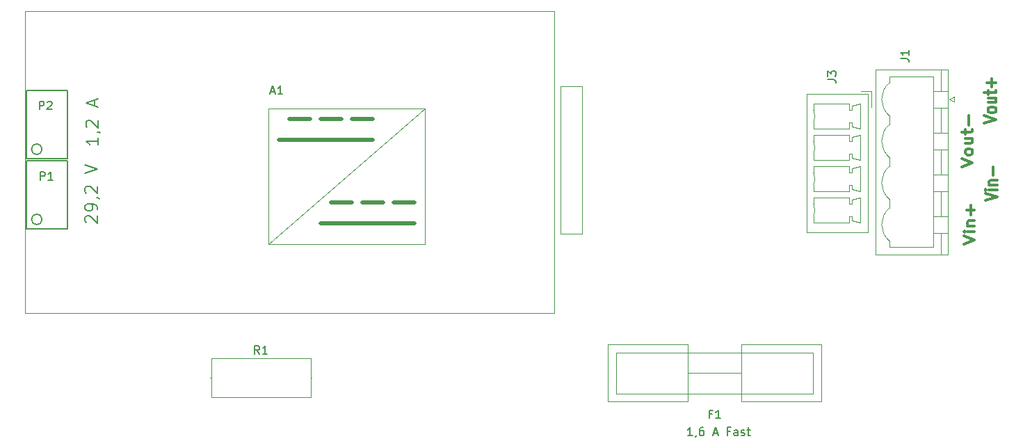
<source format=gbr>
%TF.GenerationSoftware,KiCad,Pcbnew,8.0.3+1*%
%TF.CreationDate,2024-07-23T19:14:42+00:00*%
%TF.ProjectId,mower_PowerDeviceCarrier,6d6f7765-725f-4506-9f77-657244657669,rev?*%
%TF.SameCoordinates,PX2b5aa20PY5837b10*%
%TF.FileFunction,Legend,Top*%
%TF.FilePolarity,Positive*%
%FSLAX46Y46*%
G04 Gerber Fmt 4.6, Leading zero omitted, Abs format (unit mm)*
G04 Created by KiCad (PCBNEW 8.0.3+1) date 2024-07-23 19:14:42*
%MOMM*%
%LPD*%
G01*
G04 APERTURE LIST*
%ADD10C,0.200000*%
%ADD11C,0.300000*%
%ADD12C,0.150000*%
%ADD13C,0.120000*%
%ADD14C,0.500000*%
G04 APERTURE END LIST*
D10*
X40126000Y-74316400D02*
X45104400Y-74316400D01*
X45104400Y-82647600D01*
X40126000Y-82647600D01*
X40126000Y-74316400D01*
X40126000Y-82850800D02*
X45104400Y-82850800D01*
X45104400Y-91182000D01*
X40126000Y-91182000D01*
X40126000Y-82850800D01*
X41991778Y-81479200D02*
G75*
G02*
X40698622Y-81479200I-646578J0D01*
G01*
X40698622Y-81479200D02*
G75*
G02*
X41991778Y-81479200I646578J0D01*
G01*
X41991778Y-90013600D02*
G75*
G02*
X40698622Y-90013600I-646578J0D01*
G01*
X40698622Y-90013600D02*
G75*
G02*
X41991778Y-90013600I646578J0D01*
G01*
D11*
X156804728Y-87729714D02*
X158304728Y-87296381D01*
X158304728Y-87296381D02*
X156804728Y-86863047D01*
X158304728Y-86429714D02*
X157304728Y-86429714D01*
X156804728Y-86429714D02*
X156876157Y-86491618D01*
X156876157Y-86491618D02*
X156947585Y-86429714D01*
X156947585Y-86429714D02*
X156876157Y-86367809D01*
X156876157Y-86367809D02*
X156804728Y-86429714D01*
X156804728Y-86429714D02*
X156947585Y-86429714D01*
X157304728Y-85810666D02*
X158304728Y-85810666D01*
X157447585Y-85810666D02*
X157376157Y-85748761D01*
X157376157Y-85748761D02*
X157304728Y-85624951D01*
X157304728Y-85624951D02*
X157304728Y-85439237D01*
X157304728Y-85439237D02*
X157376157Y-85315428D01*
X157376157Y-85315428D02*
X157519014Y-85253523D01*
X157519014Y-85253523D02*
X158304728Y-85253523D01*
X157733300Y-84634476D02*
X157733300Y-83644000D01*
X156652328Y-78270513D02*
X158152328Y-77837180D01*
X158152328Y-77837180D02*
X156652328Y-77403846D01*
X158152328Y-76784798D02*
X158080900Y-76908608D01*
X158080900Y-76908608D02*
X158009471Y-76970513D01*
X158009471Y-76970513D02*
X157866614Y-77032417D01*
X157866614Y-77032417D02*
X157438042Y-77032417D01*
X157438042Y-77032417D02*
X157295185Y-76970513D01*
X157295185Y-76970513D02*
X157223757Y-76908608D01*
X157223757Y-76908608D02*
X157152328Y-76784798D01*
X157152328Y-76784798D02*
X157152328Y-76599084D01*
X157152328Y-76599084D02*
X157223757Y-76475275D01*
X157223757Y-76475275D02*
X157295185Y-76413370D01*
X157295185Y-76413370D02*
X157438042Y-76351465D01*
X157438042Y-76351465D02*
X157866614Y-76351465D01*
X157866614Y-76351465D02*
X158009471Y-76413370D01*
X158009471Y-76413370D02*
X158080900Y-76475275D01*
X158080900Y-76475275D02*
X158152328Y-76599084D01*
X158152328Y-76599084D02*
X158152328Y-76784798D01*
X157152328Y-75237180D02*
X158152328Y-75237180D01*
X157152328Y-75794323D02*
X157938042Y-75794323D01*
X157938042Y-75794323D02*
X158080900Y-75732418D01*
X158080900Y-75732418D02*
X158152328Y-75608608D01*
X158152328Y-75608608D02*
X158152328Y-75422894D01*
X158152328Y-75422894D02*
X158080900Y-75299085D01*
X158080900Y-75299085D02*
X158009471Y-75237180D01*
X157152328Y-74803847D02*
X157152328Y-74308609D01*
X156652328Y-74618133D02*
X157938042Y-74618133D01*
X157938042Y-74618133D02*
X158080900Y-74556228D01*
X158080900Y-74556228D02*
X158152328Y-74432418D01*
X158152328Y-74432418D02*
X158152328Y-74308609D01*
X157580900Y-73875276D02*
X157580900Y-72884800D01*
X158152328Y-73380038D02*
X157009471Y-73380038D01*
X153965804Y-83626685D02*
X155265804Y-83126685D01*
X155265804Y-83126685D02*
X153965804Y-82626685D01*
X155265804Y-81912400D02*
X155203900Y-82055257D01*
X155203900Y-82055257D02*
X155141995Y-82126686D01*
X155141995Y-82126686D02*
X155018185Y-82198114D01*
X155018185Y-82198114D02*
X154646757Y-82198114D01*
X154646757Y-82198114D02*
X154522947Y-82126686D01*
X154522947Y-82126686D02*
X154461042Y-82055257D01*
X154461042Y-82055257D02*
X154399138Y-81912400D01*
X154399138Y-81912400D02*
X154399138Y-81698114D01*
X154399138Y-81698114D02*
X154461042Y-81555257D01*
X154461042Y-81555257D02*
X154522947Y-81483829D01*
X154522947Y-81483829D02*
X154646757Y-81412400D01*
X154646757Y-81412400D02*
X155018185Y-81412400D01*
X155018185Y-81412400D02*
X155141995Y-81483829D01*
X155141995Y-81483829D02*
X155203900Y-81555257D01*
X155203900Y-81555257D02*
X155265804Y-81698114D01*
X155265804Y-81698114D02*
X155265804Y-81912400D01*
X154399138Y-80126686D02*
X155265804Y-80126686D01*
X154399138Y-80769543D02*
X155080090Y-80769543D01*
X155080090Y-80769543D02*
X155203900Y-80698114D01*
X155203900Y-80698114D02*
X155265804Y-80555257D01*
X155265804Y-80555257D02*
X155265804Y-80340971D01*
X155265804Y-80340971D02*
X155203900Y-80198114D01*
X155203900Y-80198114D02*
X155141995Y-80126686D01*
X154399138Y-79626685D02*
X154399138Y-79055257D01*
X153965804Y-79412400D02*
X155080090Y-79412400D01*
X155080090Y-79412400D02*
X155203900Y-79340971D01*
X155203900Y-79340971D02*
X155265804Y-79198114D01*
X155265804Y-79198114D02*
X155265804Y-79055257D01*
X154770566Y-78555257D02*
X154770566Y-77412400D01*
D10*
X48835928Y-80085141D02*
X48835928Y-80942284D01*
X48835928Y-80513713D02*
X47335928Y-80513713D01*
X47335928Y-80513713D02*
X47550214Y-80656570D01*
X47550214Y-80656570D02*
X47693071Y-80799427D01*
X47693071Y-80799427D02*
X47764500Y-80942284D01*
X48764500Y-79370856D02*
X48835928Y-79370856D01*
X48835928Y-79370856D02*
X48978785Y-79442285D01*
X48978785Y-79442285D02*
X49050214Y-79513713D01*
X47478785Y-78799427D02*
X47407357Y-78727999D01*
X47407357Y-78727999D02*
X47335928Y-78585142D01*
X47335928Y-78585142D02*
X47335928Y-78227999D01*
X47335928Y-78227999D02*
X47407357Y-78085142D01*
X47407357Y-78085142D02*
X47478785Y-78013713D01*
X47478785Y-78013713D02*
X47621642Y-77942284D01*
X47621642Y-77942284D02*
X47764500Y-77942284D01*
X47764500Y-77942284D02*
X47978785Y-78013713D01*
X47978785Y-78013713D02*
X48835928Y-78870856D01*
X48835928Y-78870856D02*
X48835928Y-77942284D01*
X48407357Y-76227999D02*
X48407357Y-75513714D01*
X48835928Y-76370856D02*
X47335928Y-75870856D01*
X47335928Y-75870856D02*
X48835928Y-75370856D01*
D11*
X154219804Y-93036685D02*
X155519804Y-92536685D01*
X155519804Y-92536685D02*
X154219804Y-92036685D01*
X155519804Y-91536686D02*
X154653138Y-91536686D01*
X154219804Y-91536686D02*
X154281709Y-91608114D01*
X154281709Y-91608114D02*
X154343614Y-91536686D01*
X154343614Y-91536686D02*
X154281709Y-91465257D01*
X154281709Y-91465257D02*
X154219804Y-91536686D01*
X154219804Y-91536686D02*
X154343614Y-91536686D01*
X154653138Y-90822400D02*
X155519804Y-90822400D01*
X154776947Y-90822400D02*
X154715042Y-90750971D01*
X154715042Y-90750971D02*
X154653138Y-90608114D01*
X154653138Y-90608114D02*
X154653138Y-90393828D01*
X154653138Y-90393828D02*
X154715042Y-90250971D01*
X154715042Y-90250971D02*
X154838852Y-90179543D01*
X154838852Y-90179543D02*
X155519804Y-90179543D01*
X155024566Y-89465257D02*
X155024566Y-88322400D01*
X155519804Y-88893828D02*
X154529328Y-88893828D01*
D12*
X41673905Y-76650819D02*
X41673905Y-75650819D01*
X41673905Y-75650819D02*
X42054857Y-75650819D01*
X42054857Y-75650819D02*
X42150095Y-75698438D01*
X42150095Y-75698438D02*
X42197714Y-75746057D01*
X42197714Y-75746057D02*
X42245333Y-75841295D01*
X42245333Y-75841295D02*
X42245333Y-75984152D01*
X42245333Y-75984152D02*
X42197714Y-76079390D01*
X42197714Y-76079390D02*
X42150095Y-76127009D01*
X42150095Y-76127009D02*
X42054857Y-76174628D01*
X42054857Y-76174628D02*
X41673905Y-76174628D01*
X42626286Y-75746057D02*
X42673905Y-75698438D01*
X42673905Y-75698438D02*
X42769143Y-75650819D01*
X42769143Y-75650819D02*
X43007238Y-75650819D01*
X43007238Y-75650819D02*
X43102476Y-75698438D01*
X43102476Y-75698438D02*
X43150095Y-75746057D01*
X43150095Y-75746057D02*
X43197714Y-75841295D01*
X43197714Y-75841295D02*
X43197714Y-75936533D01*
X43197714Y-75936533D02*
X43150095Y-76079390D01*
X43150095Y-76079390D02*
X42578667Y-76650819D01*
X42578667Y-76650819D02*
X43197714Y-76650819D01*
X41775505Y-85236019D02*
X41775505Y-84236019D01*
X41775505Y-84236019D02*
X42156457Y-84236019D01*
X42156457Y-84236019D02*
X42251695Y-84283638D01*
X42251695Y-84283638D02*
X42299314Y-84331257D01*
X42299314Y-84331257D02*
X42346933Y-84426495D01*
X42346933Y-84426495D02*
X42346933Y-84569352D01*
X42346933Y-84569352D02*
X42299314Y-84664590D01*
X42299314Y-84664590D02*
X42251695Y-84712209D01*
X42251695Y-84712209D02*
X42156457Y-84759828D01*
X42156457Y-84759828D02*
X41775505Y-84759828D01*
X43299314Y-85236019D02*
X42727886Y-85236019D01*
X43013600Y-85236019D02*
X43013600Y-84236019D01*
X43013600Y-84236019D02*
X42918362Y-84378876D01*
X42918362Y-84378876D02*
X42823124Y-84474114D01*
X42823124Y-84474114D02*
X42727886Y-84521733D01*
D10*
X47377185Y-90394170D02*
X47305757Y-90322742D01*
X47305757Y-90322742D02*
X47234328Y-90179885D01*
X47234328Y-90179885D02*
X47234328Y-89822742D01*
X47234328Y-89822742D02*
X47305757Y-89679885D01*
X47305757Y-89679885D02*
X47377185Y-89608456D01*
X47377185Y-89608456D02*
X47520042Y-89537027D01*
X47520042Y-89537027D02*
X47662900Y-89537027D01*
X47662900Y-89537027D02*
X47877185Y-89608456D01*
X47877185Y-89608456D02*
X48734328Y-90465599D01*
X48734328Y-90465599D02*
X48734328Y-89537027D01*
X48734328Y-88822742D02*
X48734328Y-88537028D01*
X48734328Y-88537028D02*
X48662900Y-88394171D01*
X48662900Y-88394171D02*
X48591471Y-88322742D01*
X48591471Y-88322742D02*
X48377185Y-88179885D01*
X48377185Y-88179885D02*
X48091471Y-88108456D01*
X48091471Y-88108456D02*
X47520042Y-88108456D01*
X47520042Y-88108456D02*
X47377185Y-88179885D01*
X47377185Y-88179885D02*
X47305757Y-88251314D01*
X47305757Y-88251314D02*
X47234328Y-88394171D01*
X47234328Y-88394171D02*
X47234328Y-88679885D01*
X47234328Y-88679885D02*
X47305757Y-88822742D01*
X47305757Y-88822742D02*
X47377185Y-88894171D01*
X47377185Y-88894171D02*
X47520042Y-88965599D01*
X47520042Y-88965599D02*
X47877185Y-88965599D01*
X47877185Y-88965599D02*
X48020042Y-88894171D01*
X48020042Y-88894171D02*
X48091471Y-88822742D01*
X48091471Y-88822742D02*
X48162900Y-88679885D01*
X48162900Y-88679885D02*
X48162900Y-88394171D01*
X48162900Y-88394171D02*
X48091471Y-88251314D01*
X48091471Y-88251314D02*
X48020042Y-88179885D01*
X48020042Y-88179885D02*
X47877185Y-88108456D01*
X48662900Y-87394171D02*
X48734328Y-87394171D01*
X48734328Y-87394171D02*
X48877185Y-87465600D01*
X48877185Y-87465600D02*
X48948614Y-87537028D01*
X47377185Y-86822742D02*
X47305757Y-86751314D01*
X47305757Y-86751314D02*
X47234328Y-86608457D01*
X47234328Y-86608457D02*
X47234328Y-86251314D01*
X47234328Y-86251314D02*
X47305757Y-86108457D01*
X47305757Y-86108457D02*
X47377185Y-86037028D01*
X47377185Y-86037028D02*
X47520042Y-85965599D01*
X47520042Y-85965599D02*
X47662900Y-85965599D01*
X47662900Y-85965599D02*
X47877185Y-86037028D01*
X47877185Y-86037028D02*
X48734328Y-86894171D01*
X48734328Y-86894171D02*
X48734328Y-85965599D01*
X47234328Y-84394171D02*
X48734328Y-83894171D01*
X48734328Y-83894171D02*
X47234328Y-83394171D01*
D12*
X123532666Y-113719009D02*
X123199333Y-113719009D01*
X123199333Y-114242819D02*
X123199333Y-113242819D01*
X123199333Y-113242819D02*
X123675523Y-113242819D01*
X124580285Y-114242819D02*
X124008857Y-114242819D01*
X124294571Y-114242819D02*
X124294571Y-113242819D01*
X124294571Y-113242819D02*
X124199333Y-113385676D01*
X124199333Y-113385676D02*
X124104095Y-113480914D01*
X124104095Y-113480914D02*
X124008857Y-113528533D01*
X121157723Y-116325619D02*
X120586295Y-116325619D01*
X120872009Y-116325619D02*
X120872009Y-115325619D01*
X120872009Y-115325619D02*
X120776771Y-115468476D01*
X120776771Y-115468476D02*
X120681533Y-115563714D01*
X120681533Y-115563714D02*
X120586295Y-115611333D01*
X121633914Y-116278000D02*
X121633914Y-116325619D01*
X121633914Y-116325619D02*
X121586295Y-116420857D01*
X121586295Y-116420857D02*
X121538676Y-116468476D01*
X122491056Y-115325619D02*
X122300580Y-115325619D01*
X122300580Y-115325619D02*
X122205342Y-115373238D01*
X122205342Y-115373238D02*
X122157723Y-115420857D01*
X122157723Y-115420857D02*
X122062485Y-115563714D01*
X122062485Y-115563714D02*
X122014866Y-115754190D01*
X122014866Y-115754190D02*
X122014866Y-116135142D01*
X122014866Y-116135142D02*
X122062485Y-116230380D01*
X122062485Y-116230380D02*
X122110104Y-116278000D01*
X122110104Y-116278000D02*
X122205342Y-116325619D01*
X122205342Y-116325619D02*
X122395818Y-116325619D01*
X122395818Y-116325619D02*
X122491056Y-116278000D01*
X122491056Y-116278000D02*
X122538675Y-116230380D01*
X122538675Y-116230380D02*
X122586294Y-116135142D01*
X122586294Y-116135142D02*
X122586294Y-115897047D01*
X122586294Y-115897047D02*
X122538675Y-115801809D01*
X122538675Y-115801809D02*
X122491056Y-115754190D01*
X122491056Y-115754190D02*
X122395818Y-115706571D01*
X122395818Y-115706571D02*
X122205342Y-115706571D01*
X122205342Y-115706571D02*
X122110104Y-115754190D01*
X122110104Y-115754190D02*
X122062485Y-115801809D01*
X122062485Y-115801809D02*
X122014866Y-115897047D01*
X123729152Y-116039904D02*
X124205342Y-116039904D01*
X123633914Y-116325619D02*
X123967247Y-115325619D01*
X123967247Y-115325619D02*
X124300580Y-116325619D01*
X125729152Y-115801809D02*
X125395819Y-115801809D01*
X125395819Y-116325619D02*
X125395819Y-115325619D01*
X125395819Y-115325619D02*
X125872009Y-115325619D01*
X126681533Y-116325619D02*
X126681533Y-115801809D01*
X126681533Y-115801809D02*
X126633914Y-115706571D01*
X126633914Y-115706571D02*
X126538676Y-115658952D01*
X126538676Y-115658952D02*
X126348200Y-115658952D01*
X126348200Y-115658952D02*
X126252962Y-115706571D01*
X126681533Y-116278000D02*
X126586295Y-116325619D01*
X126586295Y-116325619D02*
X126348200Y-116325619D01*
X126348200Y-116325619D02*
X126252962Y-116278000D01*
X126252962Y-116278000D02*
X126205343Y-116182761D01*
X126205343Y-116182761D02*
X126205343Y-116087523D01*
X126205343Y-116087523D02*
X126252962Y-115992285D01*
X126252962Y-115992285D02*
X126348200Y-115944666D01*
X126348200Y-115944666D02*
X126586295Y-115944666D01*
X126586295Y-115944666D02*
X126681533Y-115897047D01*
X127110105Y-116278000D02*
X127205343Y-116325619D01*
X127205343Y-116325619D02*
X127395819Y-116325619D01*
X127395819Y-116325619D02*
X127491057Y-116278000D01*
X127491057Y-116278000D02*
X127538676Y-116182761D01*
X127538676Y-116182761D02*
X127538676Y-116135142D01*
X127538676Y-116135142D02*
X127491057Y-116039904D01*
X127491057Y-116039904D02*
X127395819Y-115992285D01*
X127395819Y-115992285D02*
X127252962Y-115992285D01*
X127252962Y-115992285D02*
X127157724Y-115944666D01*
X127157724Y-115944666D02*
X127110105Y-115849428D01*
X127110105Y-115849428D02*
X127110105Y-115801809D01*
X127110105Y-115801809D02*
X127157724Y-115706571D01*
X127157724Y-115706571D02*
X127252962Y-115658952D01*
X127252962Y-115658952D02*
X127395819Y-115658952D01*
X127395819Y-115658952D02*
X127491057Y-115706571D01*
X127824391Y-115658952D02*
X128205343Y-115658952D01*
X127967248Y-115325619D02*
X127967248Y-116182761D01*
X127967248Y-116182761D02*
X128014867Y-116278000D01*
X128014867Y-116278000D02*
X128110105Y-116325619D01*
X128110105Y-116325619D02*
X128205343Y-116325619D01*
X68472733Y-106394019D02*
X68139400Y-105917828D01*
X67901305Y-106394019D02*
X67901305Y-105394019D01*
X67901305Y-105394019D02*
X68282257Y-105394019D01*
X68282257Y-105394019D02*
X68377495Y-105441638D01*
X68377495Y-105441638D02*
X68425114Y-105489257D01*
X68425114Y-105489257D02*
X68472733Y-105584495D01*
X68472733Y-105584495D02*
X68472733Y-105727352D01*
X68472733Y-105727352D02*
X68425114Y-105822590D01*
X68425114Y-105822590D02*
X68377495Y-105870209D01*
X68377495Y-105870209D02*
X68282257Y-105917828D01*
X68282257Y-105917828D02*
X67901305Y-105917828D01*
X69425114Y-106394019D02*
X68853686Y-106394019D01*
X69139400Y-106394019D02*
X69139400Y-105394019D01*
X69139400Y-105394019D02*
X69044162Y-105536876D01*
X69044162Y-105536876D02*
X68948924Y-105632114D01*
X68948924Y-105632114D02*
X68853686Y-105679733D01*
X69840914Y-74485504D02*
X70317104Y-74485504D01*
X69745676Y-74771219D02*
X70079009Y-73771219D01*
X70079009Y-73771219D02*
X70412342Y-74771219D01*
X71269485Y-74771219D02*
X70698057Y-74771219D01*
X70983771Y-74771219D02*
X70983771Y-73771219D01*
X70983771Y-73771219D02*
X70888533Y-73914076D01*
X70888533Y-73914076D02*
X70793295Y-74009314D01*
X70793295Y-74009314D02*
X70698057Y-74056933D01*
X137624819Y-72973333D02*
X138339104Y-72973333D01*
X138339104Y-72973333D02*
X138481961Y-73020952D01*
X138481961Y-73020952D02*
X138577200Y-73116190D01*
X138577200Y-73116190D02*
X138624819Y-73259047D01*
X138624819Y-73259047D02*
X138624819Y-73354285D01*
X137624819Y-72592380D02*
X137624819Y-71973333D01*
X137624819Y-71973333D02*
X138005771Y-72306666D01*
X138005771Y-72306666D02*
X138005771Y-72163809D01*
X138005771Y-72163809D02*
X138053390Y-72068571D01*
X138053390Y-72068571D02*
X138101009Y-72020952D01*
X138101009Y-72020952D02*
X138196247Y-71973333D01*
X138196247Y-71973333D02*
X138434342Y-71973333D01*
X138434342Y-71973333D02*
X138529580Y-72020952D01*
X138529580Y-72020952D02*
X138577200Y-72068571D01*
X138577200Y-72068571D02*
X138624819Y-72163809D01*
X138624819Y-72163809D02*
X138624819Y-72449523D01*
X138624819Y-72449523D02*
X138577200Y-72544761D01*
X138577200Y-72544761D02*
X138529580Y-72592380D01*
X146514819Y-70433333D02*
X147229104Y-70433333D01*
X147229104Y-70433333D02*
X147371961Y-70480952D01*
X147371961Y-70480952D02*
X147467200Y-70576190D01*
X147467200Y-70576190D02*
X147514819Y-70719047D01*
X147514819Y-70719047D02*
X147514819Y-70814285D01*
X147514819Y-69433333D02*
X147514819Y-70004761D01*
X147514819Y-69719047D02*
X146514819Y-69719047D01*
X146514819Y-69719047D02*
X146657676Y-69814285D01*
X146657676Y-69814285D02*
X146752914Y-69909523D01*
X146752914Y-69909523D02*
X146800533Y-70004761D01*
D13*
%TO.C,F1*%
X120616000Y-108708000D02*
X127116000Y-108708000D01*
X111866000Y-111208000D02*
X122616000Y-111208000D01*
X127116000Y-112208000D02*
X136866000Y-112208000D01*
X134616000Y-106208000D02*
X135866000Y-106208000D01*
X134366000Y-111208000D02*
X135866000Y-111208000D01*
X120616000Y-112208000D02*
X120616000Y-105208000D01*
X122366000Y-106208000D02*
X134616000Y-106208000D01*
X127116000Y-105208000D02*
X136866000Y-105208000D01*
X111866000Y-106208000D02*
X122366000Y-106208000D01*
X110866000Y-112208000D02*
X110866000Y-105208000D01*
X110866000Y-112208000D02*
X111866000Y-112208000D01*
X122616000Y-111208000D02*
X134366000Y-111208000D01*
X136866000Y-112208000D02*
X136866000Y-105208000D01*
X111866000Y-111208000D02*
X111866000Y-106208000D01*
X135866000Y-111208000D02*
X135866000Y-106208000D01*
X111866000Y-105208000D02*
X120616000Y-105208000D01*
X110866000Y-105208000D02*
X111866000Y-105208000D01*
X127116000Y-112208000D02*
X127116000Y-105208000D01*
X111866000Y-112208000D02*
X120616000Y-112208000D01*
%TO.C,R1*%
X74819400Y-109309200D02*
X74709400Y-109309200D01*
X62569400Y-106939200D02*
X62569400Y-111679200D01*
X74709400Y-106939200D02*
X62569400Y-106939200D01*
X62569400Y-111679200D02*
X74709400Y-111679200D01*
X74709400Y-111679200D02*
X74709400Y-106939200D01*
X62459400Y-109309200D02*
X62569400Y-109309200D01*
%TO.C,A1*%
X39897400Y-64689800D02*
X104362600Y-64689800D01*
X87319200Y-93010800D02*
X88589200Y-93010800D01*
X104362600Y-64689800D02*
X104362600Y-101443600D01*
X88589200Y-76500800D02*
X69539200Y-93010800D01*
X69539200Y-93010800D02*
X87319200Y-93010800D01*
D14*
X87319200Y-87930800D02*
X84779200Y-87930800D01*
D13*
X69539200Y-76500800D02*
X69539200Y-93010800D01*
X39897400Y-101443600D02*
X39897400Y-64689800D01*
D14*
X83509200Y-87930800D02*
X80969200Y-87930800D01*
X79699200Y-87930800D02*
X77159200Y-87930800D01*
X82239200Y-77770800D02*
X79699200Y-77770800D01*
D13*
X104362600Y-101443600D02*
X39973600Y-101443600D01*
D14*
X78429200Y-77770800D02*
X75889200Y-77770800D01*
X87319200Y-90470800D02*
X75889200Y-90470800D01*
D13*
X88589200Y-93010800D02*
X88589200Y-76500800D01*
D14*
X74619200Y-77770800D02*
X72079200Y-77770800D01*
X82239200Y-80310800D02*
X70809200Y-80310800D01*
D13*
X88589200Y-76500800D02*
X69539200Y-76500800D01*
%TO.C,J3*%
X140570000Y-78216000D02*
X140220000Y-78216000D01*
X140570000Y-80026000D02*
X141570000Y-79776000D01*
X135060000Y-91606000D02*
X142530000Y-91606000D01*
X135920000Y-84336000D02*
X135920000Y-83586000D01*
X140220000Y-78966000D02*
X135920000Y-78966000D01*
X140220000Y-79776000D02*
X140220000Y-80526000D01*
X135920000Y-80526000D02*
X135920000Y-79776000D01*
X135920000Y-79776000D02*
X140220000Y-79776000D01*
X140570000Y-90146000D02*
X140570000Y-89646000D01*
X140220000Y-75966000D02*
X140220000Y-76716000D01*
X135920000Y-88146000D02*
X135920000Y-87396000D01*
X140220000Y-88146000D02*
X140570000Y-88146000D01*
X142530000Y-91606000D02*
X142530000Y-74756000D01*
X140570000Y-78716000D02*
X140570000Y-78216000D01*
X140220000Y-83586000D02*
X140220000Y-84336000D01*
X140220000Y-80526000D02*
X140570000Y-80526000D01*
X140570000Y-88146000D02*
X140570000Y-87646000D01*
X140570000Y-82026000D02*
X140220000Y-82026000D01*
X141570000Y-78966000D02*
X140570000Y-78716000D01*
X141570000Y-83586000D02*
X141570000Y-86586000D01*
X140570000Y-82526000D02*
X140570000Y-82026000D01*
X140220000Y-82776000D02*
X135920000Y-82776000D01*
X142920000Y-74366000D02*
X142920000Y-76366000D01*
X141570000Y-75966000D02*
X141570000Y-78966000D01*
X140570000Y-83836000D02*
X141570000Y-83586000D01*
X135920000Y-82776000D02*
X135920000Y-82026000D01*
X140570000Y-76716000D02*
X140570000Y-76216000D01*
X135920000Y-86586000D02*
X135920000Y-85836000D01*
X141570000Y-90396000D02*
X140570000Y-90146000D01*
X142530000Y-74756000D02*
X135060000Y-74756000D01*
X135920000Y-75966000D02*
X140220000Y-75966000D01*
X140570000Y-85836000D02*
X140220000Y-85836000D01*
X141670000Y-74366000D02*
X142920000Y-74366000D01*
X135060000Y-74756000D02*
X135060000Y-91606000D01*
X140570000Y-84336000D02*
X140570000Y-83836000D01*
X140570000Y-86336000D02*
X140570000Y-85836000D01*
X135920000Y-87396000D02*
X140220000Y-87396000D01*
X140220000Y-87396000D02*
X140220000Y-88146000D01*
X140220000Y-78216000D02*
X140220000Y-78966000D01*
X141570000Y-87396000D02*
X141570000Y-90396000D01*
X140220000Y-76716000D02*
X140570000Y-76716000D01*
X140220000Y-82026000D02*
X140220000Y-82776000D01*
X141570000Y-86586000D02*
X140570000Y-86336000D01*
X140220000Y-89646000D02*
X140220000Y-90396000D01*
X140570000Y-76216000D02*
X141570000Y-75966000D01*
X140570000Y-89646000D02*
X140220000Y-89646000D01*
X135920000Y-90396000D02*
X135920000Y-89646000D01*
X140220000Y-84336000D02*
X140570000Y-84336000D01*
X140220000Y-90396000D02*
X135920000Y-90396000D01*
X140220000Y-86586000D02*
X135920000Y-86586000D01*
X141570000Y-82776000D02*
X140570000Y-82526000D01*
X135920000Y-78966000D02*
X135920000Y-78216000D01*
X135920000Y-83586000D02*
X140220000Y-83586000D01*
X140220000Y-85836000D02*
X140220000Y-86586000D01*
X140570000Y-87646000D02*
X141570000Y-87396000D01*
X140570000Y-80526000D02*
X140570000Y-80026000D01*
X141570000Y-79776000D02*
X141570000Y-82776000D01*
X135920000Y-76716000D02*
X135920000Y-75966000D01*
X135920000Y-84336000D02*
G75*
G02*
X135920156Y-85835647I-1700000J-750000D01*
G01*
X135920000Y-80526000D02*
G75*
G02*
X135920156Y-82025647I-1700000J-750000D01*
G01*
X135920000Y-76716000D02*
G75*
G02*
X135920156Y-78215647I-1700000J-750000D01*
G01*
X135920000Y-88146000D02*
G75*
G02*
X135920156Y-89645647I-1700000J-750000D01*
G01*
%TO.C,J4*%
X107750000Y-91750000D02*
X106420000Y-91750000D01*
X107750000Y-90420000D02*
X107750000Y-73850000D01*
X107750000Y-90420000D02*
X107750000Y-91750000D01*
X107750000Y-73850000D02*
X105090000Y-73850000D01*
X105090000Y-91750000D02*
X105090000Y-73850000D01*
X107750000Y-91750000D02*
X105090000Y-91750000D01*
%TO.C,J1*%
X145153500Y-73401600D02*
X145153500Y-72661600D01*
X152263500Y-94291600D02*
X152263500Y-71751600D01*
X145153500Y-72661600D02*
X150453500Y-72661600D01*
X151453500Y-94291600D02*
X151453500Y-91751600D01*
X150453500Y-72661600D02*
X150453500Y-93381600D01*
X153063500Y-75701600D02*
X152463500Y-75401600D01*
X151453500Y-76401600D02*
X151453500Y-79481600D01*
X152263500Y-76401600D02*
X150453500Y-76401600D01*
X152263500Y-89641600D02*
X152263500Y-91641600D01*
X151453500Y-71751600D02*
X151453500Y-74291600D01*
X150453500Y-86561600D02*
X150453500Y-84561600D01*
X150453500Y-91641600D02*
X150453500Y-89641600D01*
X145153500Y-93381600D02*
X145153500Y-92641600D01*
X152263500Y-91641600D02*
X150453500Y-91641600D01*
X152263500Y-74401600D02*
X152263500Y-76401600D01*
X153063500Y-75101600D02*
X153063500Y-75701600D01*
X150453500Y-76401600D02*
X150453500Y-74401600D01*
X150453500Y-74401600D02*
X152263500Y-74401600D01*
X145153500Y-87561600D02*
X145153500Y-88641600D01*
X150453500Y-81481600D02*
X150453500Y-79481600D01*
X151453500Y-81481600D02*
X151453500Y-84561600D01*
X145153500Y-82481600D02*
X145153500Y-83561600D01*
X152263500Y-81481600D02*
X150453500Y-81481600D01*
X151453500Y-86561600D02*
X151453500Y-89641600D01*
X150453500Y-93381600D02*
X145153500Y-93381600D01*
X150453500Y-89641600D02*
X152263500Y-89641600D01*
X152263500Y-84561600D02*
X152263500Y-86561600D01*
X150453500Y-79481600D02*
X152263500Y-79481600D01*
X152263500Y-79481600D02*
X152263500Y-81481600D01*
X152263500Y-86561600D02*
X150453500Y-86561600D01*
X150453500Y-84561600D02*
X152263500Y-84561600D01*
X145153500Y-77401600D02*
X145153500Y-78481600D01*
X143443500Y-94291600D02*
X152263500Y-94291600D01*
X152463500Y-75401600D02*
X153063500Y-75101600D01*
X143443500Y-71751600D02*
X143443500Y-94291600D01*
X152263500Y-71751600D02*
X143443500Y-71751600D01*
X145137679Y-77388442D02*
G75*
G02*
X145153500Y-73401600I1665821J1986842D01*
G01*
X145137679Y-92628442D02*
G75*
G02*
X145153500Y-88641600I1665821J1986842D01*
G01*
X145137679Y-87548442D02*
G75*
G02*
X145153500Y-83561600I1665821J1986842D01*
G01*
X145137679Y-82468442D02*
G75*
G02*
X145153500Y-78481600I1665821J1986842D01*
G01*
%TD*%
M02*

</source>
